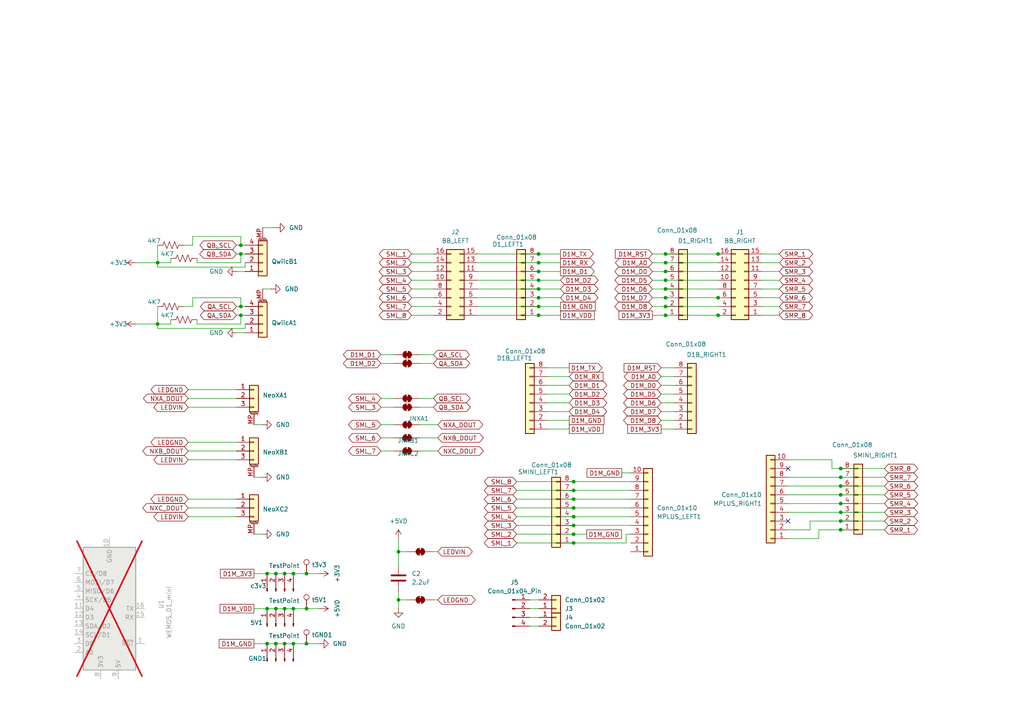
<source format=kicad_sch>
(kicad_sch (version 20250114) (generator "eeschema") (generator_version "9.0")
  (paper "A4")
  (lib_symbols
    (symbol "Connector:Conn_01x04_Pin" (pin_names (offset 1.016) (hide yes))
      (property "Reference" "J" (at 0 5.08 0))
      (property "Value" "Conn_01x04_Pin" (at 0 -7.62 0))
      (symbol "Conn_01x04_Pin_1_1"
        (pin passive line (at 5.08 2.54 180) (length 3.81) (name "Pin_1") (number "1"))
        (pin passive line (at 5.08 0 180) (length 3.81) (name "Pin_2") (number "2"))
        (pin passive line (at 5.08 -2.54 180) (length 3.81) (name "Pin_3") (number "3"))
        (pin passive line (at 5.08 -5.08 180) (length 3.81) (name "Pin_4") (number "4"))
      )
    )
    (symbol "Connector:TestPoint" (pin_numbers (hide yes)) (pin_names (offset 0.762) (hide yes))
      (property "Reference" "TP" (at 0 6.858 0))
      (property "Value" "TestPoint" (at 0 5.08 0))
      (symbol "TestPoint_1_1"
        (pin passive line (at 0 0 90) (length 2.54) (name "1") (number "1"))
      )
    )
    (symbol "Connector_Generic:Conn_01x02" (pin_names (offset 1.016) (hide yes))
      (property "Reference" "J" (at 0 2.54 0))
      (property "Value" "Conn_01x02" (at 0 -5.08 0))
      (symbol "Conn_01x02_1_1"
        (pin passive line (at -5.08 0 0) (length 3.81) (name "Pin_1") (number "1"))
        (pin passive line (at -5.08 -2.54 0) (length 3.81) (name "Pin_2") (number "2"))
      )
    )
    (symbol "Connector_Generic:Conn_01x08" (pin_names (offset 1.016) (hide yes))
      (property "Reference" "J" (at 0 10.16 0))
      (property "Value" "Conn_01x08" (at 0 -12.7 0))
      (symbol "Conn_01x08_1_1"
        (pin passive line (at -5.08 7.62 0) (length 3.81) (name "Pin_1") (number "1"))
        (pin passive line (at -5.08 5.08 0) (length 3.81) (name "Pin_2") (number "2"))
        (pin passive line (at -5.08 2.54 0) (length 3.81) (name "Pin_3") (number "3"))
        (pin passive line (at -5.08 0 0) (length 3.81) (name "Pin_4") (number "4"))
        (pin passive line (at -5.08 -2.54 0) (length 3.81) (name "Pin_5") (number "5"))
        (pin passive line (at -5.08 -5.08 0) (length 3.81) (name "Pin_6") (number "6"))
        (pin passive line (at -5.08 -7.62 0) (length 3.81) (name "Pin_7") (number "7"))
        (pin passive line (at -5.08 -10.16 0) (length 3.81) (name "Pin_8") (number "8"))
      )
    )
    (symbol "Connector_Generic:Conn_01x10" (pin_names (offset 1.016) (hide yes))
      (property "Reference" "J" (at 0 12.7 0))
      (property "Value" "Conn_01x10" (at 0 -15.24 0))
      (symbol "Conn_01x10_1_1"
        (pin passive line (at -5.08 10.16 0) (length 3.81) (name "Pin_1") (number "1"))
        (pin passive line (at -5.08 7.62 0) (length 3.81) (name "Pin_2") (number "2"))
        (pin passive line (at -5.08 5.08 0) (length 3.81) (name "Pin_3") (number "3"))
        (pin passive line (at -5.08 2.54 0) (length 3.81) (name "Pin_4") (number "4"))
        (pin passive line (at -5.08 0 0) (length 3.81) (name "Pin_5") (number "5"))
        (pin passive line (at -5.08 -2.54 0) (length 3.81) (name "Pin_6") (number "6"))
        (pin passive line (at -5.08 -5.08 0) (length 3.81) (name "Pin_7") (number "7"))
        (pin passive line (at -5.08 -7.62 0) (length 3.81) (name "Pin_8") (number "8"))
        (pin passive line (at -5.08 -10.16 0) (length 3.81) (name "Pin_9") (number "9"))
        (pin passive line (at -5.08 -12.7 0) (length 3.81) (name "Pin_10") (number "10"))
      )
    )
    (symbol "Connector_Generic:Conn_02x08_Odd_Even" (pin_names (offset 1.016) (hide yes))
      (property "Reference" "J" (at 1.27 10.16 0))
      (property "Value" "Conn_02x08_Odd_Even" (at 1.27 -12.7 0))
      (symbol "Conn_02x08_Odd_Even_1_1"
        (pin passive line (at -5.08 7.62 0) (length 3.81) (name "Pin_1") (number "1"))
        (pin passive line (at -5.08 5.08 0) (length 3.81) (name "Pin_3") (number "3"))
        (pin passive line (at -5.08 2.54 0) (length 3.81) (name "Pin_5") (number "5"))
        (pin passive line (at -5.08 0 0) (length 3.81) (name "Pin_7") (number "7"))
        (pin passive line (at -5.08 -2.54 0) (length 3.81) (name "Pin_9") (number "9"))
        (pin passive line (at -5.08 -5.08 0) (length 3.81) (name "Pin_11") (number "11"))
        (pin passive line (at -5.08 -7.62 0) (length 3.81) (name "Pin_13") (number "13"))
        (pin passive line (at -5.08 -10.16 0) (length 3.81) (name "Pin_15") (number "15"))
        (pin passive line (at 7.62 7.62 180) (length 3.81) (name "Pin_2") (number "2"))
        (pin passive line (at 7.62 5.08 180) (length 3.81) (name "Pin_4") (number "4"))
        (pin passive line (at 7.62 2.54 180) (length 3.81) (name "Pin_6") (number "6"))
        (pin passive line (at 7.62 0 180) (length 3.81) (name "Pin_8") (number "8"))
        (pin passive line (at 7.62 -2.54 180) (length 3.81) (name "Pin_10") (number "10"))
        (pin passive line (at 7.62 -5.08 180) (length 3.81) (name "Pin_12") (number "12"))
        (pin passive line (at 7.62 -7.62 180) (length 3.81) (name "Pin_14") (number "14"))
        (pin passive line (at 7.62 -10.16 180) (length 3.81) (name "Pin_16") (number "16"))
      )
    )
    (symbol "Connector_Generic_MountingPin:Conn_01x03_MountingPin" (pin_names (offset 1.016) (hide yes))
      (property "Reference" "J" (at 0 5.08 0))
      (property "Value" "Conn_01x03_MountingPin" (at 1.27 -5.08 0))
      (symbol "Conn_01x03_MountingPin_1_1"
        (text "Mounting" (at 0 -4.191 0) (effects (font (size 0.381 0.381))))
        (pin passive line (at -5.08 2.54 0) (length 3.81) (name "Pin_1") (number "1"))
        (pin passive line (at -5.08 0 0) (length 3.81) (name "Pin_2") (number "2"))
        (pin passive line (at -5.08 -2.54 0) (length 3.81) (name "Pin_3") (number "3"))
        (pin passive line (at 0 -7.62 90) (length 3.048) (name "MountPin") (number "MP"))
      )
    )
    (symbol "Connector_Generic_MountingPin:Conn_01x04_MountingPin" (pin_names (offset 1.016) (hide yes))
      (property "Reference" "J" (at 0 5.08 0))
      (property "Value" "Conn_01x04_MountingPin" (at 1.27 -7.62 0))
      (symbol "Conn_01x04_MountingPin_1_1"
        (text "Mounting" (at 0 -6.731 0) (effects (font (size 0.381 0.381))))
        (pin passive line (at -5.08 2.54 0) (length 3.81) (name "Pin_1") (number "1"))
        (pin passive line (at -5.08 0 0) (length 3.81) (name "Pin_2") (number "2"))
        (pin passive line (at -5.08 -2.54 0) (length 3.81) (name "Pin_3") (number "3"))
        (pin passive line (at -5.08 -5.08 0) (length 3.81) (name "Pin_4") (number "4"))
        (pin passive line (at 0 -10.16 90) (length 3.048) (name "MountPin") (number "MP"))
      )
    )
    (symbol "Device:C" (pin_numbers (hide yes)) (pin_names (offset 0.254))
      (property "Reference" "C" (at 0.635 2.54 0))
      (property "Value" "C" (at 0.635 -2.54 0))
      (symbol "C_1_1"
        (pin passive line (at 0 3.81 270) (length 2.794) (name "~") (number "1"))
        (pin passive line (at 0 -3.81 90) (length 2.794) (name "~") (number "2"))
      )
    )
    (symbol "Device:R_US" (pin_numbers (hide yes)) (pin_names (offset 0))
      (property "Reference" "R" (at 2.54 0 90))
      (property "Value" "R_US" (at -2.54 0 90))
      (symbol "R_US_1_1"
        (pin passive line (at 0 3.81 270) (length 1.27) (name "~") (number "1"))
        (pin passive line (at 0 -3.81 90) (length 1.27) (name "~") (number "2"))
      )
    )
    (symbol "Jumper:SolderJumper_2_Bridged" (pin_numbers (hide yes)) (pin_names (offset 0) (hide yes)) (exclude_from_sim yes) (in_bom no)
      (property "Reference" "JP" (at 0 2.032 0))
      (property "Value" "SolderJumper_2_Bridged" (at 0 -2.54 0))
      (symbol "SolderJumper_2_Bridged_1_1"
        (pin passive line (at -3.81 0 0) (length 2.54) (name "A") (number "1"))
        (pin passive line (at 3.81 0 180) (length 2.54) (name "B") (number "2"))
      )
    )
    (symbol "RF_Module:WEMOS_D1_mini"
      (property "Reference" "U" (at 3.81 19.05 0))
      (property "Value" "WEMOS_D1_mini" (at 1.27 -19.05 0))
      (symbol "WEMOS_D1_mini_1_1"
        (pin input line (at -10.16 10.16 0) (length 2.54) (name "~{RST}") (number "1"))
        (pin input line (at -10.16 2.54 0) (length 2.54) (name "RX") (number "15"))
        (pin output line (at -10.16 0 0) (length 2.54) (name "TX") (number "16"))
        (pin power_in line (at -2.54 20.32 270) (length 2.54) (name "5V") (number "9"))
        (pin power_in line (at 0 -20.32 90) (length 2.54) (name "GND") (number "10"))
        (pin power_out line (at 2.54 20.32 270) (length 2.54) (name "3V3") (number "8"))
        (pin input line (at 10.16 12.7 180) (length 2.54) (name "A0") (number "2"))
        (pin bidirectional line (at 10.16 10.16 180) (length 2.54) (name "D0") (number "3"))
        (pin bidirectional line (at 10.16 7.62 180) (length 2.54) (name "SCL/D1") (number "14"))
        (pin bidirectional line (at 10.16 5.08 180) (length 2.54) (name "SDA/D2") (number "13"))
        (pin bidirectional line (at 10.16 2.54 180) (length 2.54) (name "D3") (number "12"))
        (pin bidirectional line (at 10.16 0 180) (length 2.54) (name "D4") (number "11"))
        (pin bidirectional line (at 10.16 -2.54 180) (length 2.54) (name "SCK/D5") (number "4"))
        (pin bidirectional line (at 10.16 -5.08 180) (length 2.54) (name "MISO/D6") (number "5"))
        (pin bidirectional line (at 10.16 -7.62 180) (length 2.54) (name "MOSI/D7") (number "6"))
        (pin bidirectional line (at 10.16 -10.16 180) (length 2.54) (name "CS/D8") (number "7"))
      )
    )
    (symbol "SolderJumper_2_Bridged_1" (pin_numbers (hide yes)) (pin_names (offset 0) (hide yes)) (exclude_from_sim yes) (in_bom no)
      (property "Reference" "JP" (at 0 2.032 0))
      (property "Value" "SolderJumper_2_Bridged" (at 0 -2.54 0))
      (symbol "SolderJumper_2_Bridged_1_1_1"
        (pin passive line (at -3.81 0 0) (length 2.54) (name "A") (number "1"))
        (pin passive line (at 3.81 0 180) (length 2.54) (name "B") (number "2"))
      )
    )
    (symbol "power:+3V3" (power) (pin_numbers (hide yes)) (pin_names (offset 0) (hide yes))
      (property "Value" "+3V3" (at 0 3.556 0))
      (symbol "+3V3_1_1"
        (pin power_in line (at 0 0 90) (length 0) (name "~") (number "1"))
      )
    )
    (symbol "power:+5VD" (power) (pin_numbers (hide yes)) (pin_names (offset 0) (hide yes))
      (property "Value" "+5VD" (at 0 3.556 0))
      (symbol "+5VD_1_1"
        (pin power_in line (at 0 0 90) (length 0) (name "~") (number "1"))
      )
    )
    (symbol "power:GND" (power) (pin_numbers (hide yes)) (pin_names (offset 0) (hide yes))
      (property "Value" "GND" (at 0 -3.81 0))
      (symbol "GND_1_1"
        (pin power_in line (at 0 0 270) (length 0) (name "~") (number "1"))
      )
    )
  )
  (junction (at 243.84 143.51))
  (junction (at 243.84 146.05))
  (junction (at 82.55 166.37))
  (junction (at 193.04 76.2))
  (junction (at 80.01 166.37))
  (junction (at 156.21 88.9))
  (junction (at 166.37 147.32))
  (junction (at 45.72 93.98))
  (junction (at 69.85 91.44))
  (junction (at 77.47 186.69))
  (junction (at 77.47 166.37))
  (junction (at 166.37 154.94))
  (junction (at 243.84 148.59))
  (junction (at 243.84 151.13))
  (junction (at 156.21 76.2))
  (junction (at 82.55 186.69))
  (junction (at 166.37 139.7))
  (junction (at 156.21 73.66))
  (junction (at 208.28 86.36))
  (junction (at 85.09 166.37))
  (junction (at 243.84 140.97))
  (junction (at 193.04 78.74))
  (junction (at 243.84 153.67))
  (junction (at 156.21 78.74))
  (junction (at 85.09 176.53))
  (junction (at 69.85 88.9))
  (junction (at 208.28 91.44))
  (junction (at 243.84 135.89))
  (junction (at 156.21 81.28))
  (junction (at 69.85 71.12))
  (junction (at 69.85 73.66))
  (junction (at 115.57 160.02))
  (junction (at 193.04 88.9))
  (junction (at 166.37 144.78))
  (junction (at 208.28 73.66))
  (junction (at 193.04 86.36))
  (junction (at 88.9 186.69))
  (junction (at 45.72 76.2))
  (junction (at 193.04 81.28))
  (junction (at 243.84 138.43))
  (junction (at 80.01 176.53))
  (junction (at 77.47 176.53))
  (junction (at 88.9 166.37))
  (junction (at 166.37 152.4))
  (junction (at 166.37 149.86))
  (junction (at 85.09 186.69))
  (junction (at 82.55 176.53))
  (junction (at 166.37 142.24))
  (junction (at 156.21 91.44))
  (junction (at 193.04 91.44))
  (junction (at 193.04 83.82))
  (junction (at 156.21 86.36))
  (junction (at 115.57 173.99))
  (junction (at 166.37 157.48))
  (junction (at 193.04 73.66))
  (junction (at 88.9 176.53))
  (junction (at 156.21 83.82))
  (junction (at 80.01 186.69))
  (no_connect (at 228.6 151.13))
  (no_connect (at 228.6 135.89))
  (wire (pts (xy 220.98 86.36) (xy 226.06 86.36)))
  (wire (pts (xy 73.66 186.69) (xy 77.47 186.69)))
  (wire (pts (xy 110.49 123.19) (xy 114.3 123.19)))
  (wire (pts (xy 69.85 91.44) (xy 69.85 93.98)))
  (wire (pts (xy 54.61 115.57) (xy 68.58 115.57)))
  (wire (pts (xy 68.58 91.44) (xy 69.85 91.44)))
  (wire (pts (xy 69.85 73.66) (xy 69.85 76.2)))
  (wire (pts (xy 138.43 86.36) (xy 156.21 86.36)))
  (wire (pts (xy 45.72 71.12) (xy 45.72 76.2)))
  (wire (pts (xy 88.9 176.53) (xy 92.71 176.53)))
  (wire (pts (xy 243.84 138.43) (xy 256.54 138.43)))
  (wire (pts (xy 138.43 88.9) (xy 156.21 88.9)))
  (wire (pts (xy 110.49 102.87) (xy 114.3 102.87)))
  (wire (pts (xy 82.55 166.37) (xy 85.09 166.37)))
  (wire (pts (xy 166.37 142.24) (xy 182.88 142.24)))
  (wire (pts (xy 110.49 118.11) (xy 114.3 118.11)))
  (wire (pts (xy 166.37 139.7) (xy 182.88 139.7)))
  (wire (pts (xy 55.88 88.9) (xy 55.88 86.36)))
  (wire (pts (xy 153.67 181.61) (xy 156.21 181.61)))
  (wire (pts (xy 156.21 91.44) (xy 162.56 91.44)))
  (wire (pts (xy 69.85 88.9) (xy 71.12 88.9)))
  (wire (pts (xy 208.28 86.36) (xy 209.55 86.36)))
  (wire (pts (xy 138.43 78.74) (xy 156.21 78.74)))
  (wire (pts (xy 153.67 176.53) (xy 156.21 176.53)))
  (wire (pts (xy 243.84 151.13) (xy 256.54 151.13)))
  (wire (pts (xy 68.58 88.9) (xy 69.85 88.9)))
  (wire (pts (xy 237.49 153.67) (xy 243.84 153.67)))
  (wire (pts (xy 69.85 86.36) (xy 69.85 88.9)))
  (wire (pts (xy 153.67 179.07) (xy 156.21 179.07)))
  (wire (pts (xy 166.37 154.94) (xy 170.18 154.94)))
  (wire (pts (xy 220.98 78.74) (xy 226.06 78.74)))
  (wire (pts (xy 85.09 176.53) (xy 88.9 176.53)))
  (wire (pts (xy 125.73 160.02) (xy 127 160.02)))
  (wire (pts (xy 220.98 81.28) (xy 226.06 81.28)))
  (wire (pts (xy 191.77 109.22) (xy 195.58 109.22)))
  (wire (pts (xy 158.75 124.46) (xy 165.1 124.46)))
  (wire (pts (xy 110.49 130.81) (xy 114.3 130.81)))
  (wire (pts (xy 193.04 76.2) (xy 208.28 76.2)))
  (wire (pts (xy 121.92 127) (xy 127 127)))
  (wire (pts (xy 77.47 166.37) (xy 80.01 166.37)))
  (wire (pts (xy 234.95 153.67) (xy 234.95 151.13)))
  (wire (pts (xy 53.34 71.12) (xy 55.88 71.12)))
  (wire (pts (xy 241.3 133.35) (xy 228.6 133.35)))
  (wire (pts (xy 119.38 73.66) (xy 125.73 73.66)))
  (wire (pts (xy 193.04 86.36) (xy 208.28 86.36)))
  (wire (pts (xy 88.9 186.69) (xy 92.71 186.69)))
  (wire (pts (xy 153.67 173.99) (xy 156.21 173.99)))
  (wire (pts (xy 189.23 78.74) (xy 193.04 78.74)))
  (wire (pts (xy 191.77 119.38) (xy 195.58 119.38)))
  (wire (pts (xy 149.86 157.48) (xy 166.37 157.48)))
  (wire (pts (xy 77.47 176.53) (xy 80.01 176.53)))
  (wire (pts (xy 119.38 81.28) (xy 125.73 81.28)))
  (wire (pts (xy 119.38 78.74) (xy 125.73 78.74)))
  (wire (pts (xy 243.84 153.67) (xy 256.54 153.67)))
  (wire (pts (xy 228.6 140.97) (xy 243.84 140.97)))
  (wire (pts (xy 55.88 68.58) (xy 69.85 68.58)))
  (wire (pts (xy 228.6 143.51) (xy 243.84 143.51)))
  (wire (pts (xy 228.6 138.43) (xy 243.84 138.43)))
  (wire (pts (xy 191.77 116.84) (xy 195.58 116.84)))
  (wire (pts (xy 115.57 173.99) (xy 118.11 173.99)))
  (wire (pts (xy 156.21 86.36) (xy 162.56 86.36)))
  (wire (pts (xy 45.72 93.98) (xy 45.72 95.25)))
  (wire (pts (xy 189.23 86.36) (xy 193.04 86.36)))
  (wire (pts (xy 77.47 186.69) (xy 80.01 186.69)))
  (wire (pts (xy 80.01 186.69) (xy 82.55 186.69)))
  (wire (pts (xy 138.43 73.66) (xy 156.21 73.66)))
  (wire (pts (xy 180.34 137.16) (xy 182.88 137.16)))
  (wire (pts (xy 158.75 119.38) (xy 165.1 119.38)))
  (wire (pts (xy 138.43 91.44) (xy 156.21 91.44)))
  (wire (pts (xy 115.57 171.45) (xy 115.57 173.99)))
  (wire (pts (xy 57.15 93.98) (xy 69.85 93.98)))
  (wire (pts (xy 158.75 111.76) (xy 165.1 111.76)))
  (wire (pts (xy 156.21 88.9) (xy 162.56 88.9)))
  (wire (pts (xy 166.37 147.32) (xy 182.88 147.32)))
  (wire (pts (xy 149.86 149.86) (xy 166.37 149.86)))
  (wire (pts (xy 121.92 123.19) (xy 127 123.19)))
  (wire (pts (xy 69.85 91.44) (xy 71.12 91.44)))
  (wire (pts (xy 193.04 91.44) (xy 208.28 91.44)))
  (wire (pts (xy 166.37 152.4) (xy 182.88 152.4)))
  (wire (pts (xy 189.23 76.2) (xy 193.04 76.2)))
  (wire (pts (xy 125.73 173.99) (xy 127 173.99)))
  (wire (pts (xy 71.12 76.2) (xy 71.12 77.47)))
  (wire (pts (xy 71.12 95.25) (xy 45.72 95.25)))
  (wire (pts (xy 80.01 166.37) (xy 82.55 166.37)))
  (wire (pts (xy 88.9 166.37) (xy 92.71 166.37)))
  (wire (pts (xy 149.86 144.78) (xy 166.37 144.78)))
  (wire (pts (xy 220.98 88.9) (xy 226.06 88.9)))
  (wire (pts (xy 138.43 83.82) (xy 156.21 83.82)))
  (wire (pts (xy 69.85 71.12) (xy 71.12 71.12)))
  (wire (pts (xy 149.86 154.94) (xy 166.37 154.94)))
  (wire (pts (xy 121.92 130.81) (xy 127 130.81)))
  (wire (pts (xy 191.77 121.92) (xy 195.58 121.92)))
  (wire (pts (xy 181.61 154.94) (xy 182.88 154.94)))
  (wire (pts (xy 156.21 83.82) (xy 162.56 83.82)))
  (wire (pts (xy 115.57 160.02) (xy 118.11 160.02)))
  (wire (pts (xy 191.77 114.3) (xy 195.58 114.3)))
  (wire (pts (xy 73.66 166.37) (xy 77.47 166.37)))
  (wire (pts (xy 193.04 78.74) (xy 208.28 78.74)))
  (wire (pts (xy 191.77 106.68) (xy 195.58 106.68)))
  (wire (pts (xy 220.98 73.66) (xy 226.06 73.66)))
  (wire (pts (xy 73.66 123.19) (xy 76.2 123.19)))
  (wire (pts (xy 189.23 91.44) (xy 193.04 91.44)))
  (wire (pts (xy 191.77 124.46) (xy 195.58 124.46)))
  (wire (pts (xy 191.77 111.76) (xy 195.58 111.76)))
  (wire (pts (xy 57.15 74.93) (xy 57.15 76.2)))
  (wire (pts (xy 237.49 156.21) (xy 237.49 153.67)))
  (wire (pts (xy 119.38 88.9) (xy 125.73 88.9)))
  (wire (pts (xy 54.61 144.78) (xy 68.58 144.78)))
  (wire (pts (xy 73.66 154.94) (xy 76.2 154.94)))
  (wire (pts (xy 208.28 91.44) (xy 209.55 91.44)))
  (wire (pts (xy 226.06 91.44) (xy 226.06 90.17)))
  (wire (pts (xy 54.61 118.11) (xy 68.58 118.11)))
  (wire (pts (xy 115.57 173.99) (xy 115.57 176.53)))
  (wire (pts (xy 193.04 73.66) (xy 208.28 73.66)))
  (wire (pts (xy 69.85 73.66) (xy 71.12 73.66)))
  (wire (pts (xy 220.98 76.2) (xy 226.06 76.2)))
  (wire (pts (xy 181.61 157.48) (xy 181.61 154.94)))
  (wire (pts (xy 166.37 144.78) (xy 182.88 144.78)))
  (wire (pts (xy 228.6 153.67) (xy 234.95 153.67)))
  (wire (pts (xy 76.2 83.82) (xy 78.74 83.82)))
  (wire (pts (xy 119.38 83.82) (xy 125.73 83.82)))
  (wire (pts (xy 121.92 115.57) (xy 125.73 115.57)))
  (wire (pts (xy 82.55 176.53) (xy 85.09 176.53)))
  (wire (pts (xy 54.61 147.32) (xy 68.58 147.32)))
  (wire (pts (xy 158.75 106.68) (xy 165.1 106.68)))
  (wire (pts (xy 228.6 146.05) (xy 243.84 146.05)))
  (wire (pts (xy 228.6 148.59) (xy 243.84 148.59)))
  (wire (pts (xy 49.53 92.71) (xy 49.53 93.98)))
  (wire (pts (xy 80.01 176.53) (xy 82.55 176.53)))
  (wire (pts (xy 45.72 76.2) (xy 45.72 77.47)))
  (wire (pts (xy 241.3 135.89) (xy 241.3 133.35)))
  (wire (pts (xy 138.43 76.2) (xy 156.21 76.2)))
  (wire (pts (xy 119.38 76.2) (xy 125.73 76.2)))
  (wire (pts (xy 234.95 151.13) (xy 243.84 151.13)))
  (wire (pts (xy 166.37 157.48) (xy 181.61 157.48)))
  (wire (pts (xy 243.84 140.97) (xy 256.54 140.97)))
  (wire (pts (xy 45.72 76.2) (xy 49.53 76.2)))
  (wire (pts (xy 53.34 88.9) (xy 55.88 88.9)))
  (wire (pts (xy 121.92 102.87) (xy 125.73 102.87)))
  (wire (pts (xy 156.21 73.66) (xy 162.56 73.66)))
  (wire (pts (xy 220.98 83.82) (xy 226.06 83.82)))
  (wire (pts (xy 189.23 88.9) (xy 193.04 88.9)))
  (wire (pts (xy 110.49 127) (xy 114.3 127)))
  (wire (pts (xy 54.61 128.27) (xy 68.58 128.27)))
  (wire (pts (xy 158.75 121.92) (xy 165.1 121.92)))
  (wire (pts (xy 110.49 105.41) (xy 114.3 105.41)))
  (wire (pts (xy 121.92 105.41) (xy 125.73 105.41)))
  (wire (pts (xy 121.92 118.11) (xy 125.73 118.11)))
  (wire (pts (xy 54.61 149.86) (xy 68.58 149.86)))
  (wire (pts (xy 243.84 135.89) (xy 256.54 135.89)))
  (wire (pts (xy 193.04 88.9) (xy 208.28 88.9)))
  (wire (pts (xy 68.58 78.74) (xy 71.12 78.74)))
  (wire (pts (xy 208.28 73.66) (xy 209.55 73.66)))
  (wire (pts (xy 243.84 135.89) (xy 241.3 135.89)))
  (wire (pts (xy 243.84 148.59) (xy 256.54 148.59)))
  (wire (pts (xy 149.86 147.32) (xy 166.37 147.32)))
  (wire (pts (xy 49.53 74.93) (xy 49.53 76.2)))
  (wire (pts (xy 45.72 88.9) (xy 45.72 93.98)))
  (wire (pts (xy 158.75 109.22) (xy 165.1 109.22)))
  (wire (pts (xy 149.86 139.7) (xy 166.37 139.7)))
  (wire (pts (xy 110.49 115.57) (xy 114.3 115.57)))
  (wire (pts (xy 71.12 93.98) (xy 71.12 95.25)))
  (wire (pts (xy 54.61 130.81) (xy 68.58 130.81)))
  (wire (pts (xy 57.15 76.2) (xy 69.85 76.2)))
  (wire (pts (xy 189.23 83.82) (xy 193.04 83.82)))
  (wire (pts (xy 54.61 133.35) (xy 68.58 133.35)))
  (wire (pts (xy 85.09 166.37) (xy 88.9 166.37)))
  (wire (pts (xy 156.21 81.28) (xy 162.56 81.28)))
  (wire (pts (xy 39.37 93.98) (xy 45.72 93.98)))
  (wire (pts (xy 243.84 143.51) (xy 256.54 143.51)))
  (wire (pts (xy 193.04 83.82) (xy 208.28 83.82)))
  (wire (pts (xy 189.23 73.66) (xy 193.04 73.66)))
  (wire (pts (xy 189.23 81.28) (xy 193.04 81.28)))
  (wire (pts (xy 82.55 186.69) (xy 85.09 186.69)))
  (wire (pts (xy 55.88 71.12) (xy 55.88 68.58)))
  (wire (pts (xy 156.21 78.74) (xy 162.56 78.74)))
  (wire (pts (xy 73.66 176.53) (xy 77.47 176.53)))
  (wire (pts (xy 115.57 156.21) (xy 115.57 160.02)))
  (wire (pts (xy 149.86 142.24) (xy 166.37 142.24)))
  (wire (pts (xy 158.75 116.84) (xy 165.1 116.84)))
  (wire (pts (xy 55.88 86.36) (xy 69.85 86.36)))
  (wire (pts (xy 57.15 92.71) (xy 57.15 93.98)))
  (wire (pts (xy 71.12 77.47) (xy 45.72 77.47)))
  (wire (pts (xy 73.66 138.43) (xy 76.2 138.43)))
  (wire (pts (xy 149.86 152.4) (xy 166.37 152.4)))
  (wire (pts (xy 228.6 156.21) (xy 237.49 156.21)))
  (wire (pts (xy 119.38 91.44) (xy 125.73 91.44)))
  (wire (pts (xy 39.37 76.2) (xy 45.72 76.2)))
  (wire (pts (xy 85.09 186.69) (xy 88.9 186.69)))
  (wire (pts (xy 68.58 96.52) (xy 71.12 96.52)))
  (wire (pts (xy 115.57 160.02) (xy 115.57 163.83)))
  (wire (pts (xy 76.2 66.04) (xy 80.01 66.04)))
  (wire (pts (xy 156.21 76.2) (xy 162.56 76.2)))
  (wire (pts (xy 45.72 93.98) (xy 49.53 93.98)))
  (wire (pts (xy 119.38 86.36) (xy 125.73 86.36)))
  (wire (pts (xy 138.43 81.28) (xy 156.21 81.28)))
  (wire (pts (xy 69.85 68.58) (xy 69.85 71.12)))
  (wire (pts (xy 68.58 73.66) (xy 69.85 73.66)))
  (wire (pts (xy 68.58 71.12) (xy 69.85 71.12)))
  (wire (pts (xy 220.98 91.44) (xy 226.06 91.44)))
  (wire (pts (xy 243.84 146.05) (xy 256.54 146.05)))
  (wire (pts (xy 54.61 113.03) (xy 68.58 113.03)))
  (wire (pts (xy 158.75 114.3) (xy 165.1 114.3)))
  (wire (pts (xy 166.37 149.86) (xy 182.88 149.86)))
  (wire (pts (xy 193.04 81.28) (xy 208.28 81.28)))
  (global_label "SML_7" (shape bidirectional) (at 110.49 130.81 180) (property "Intersheetrefs" "${INTERSHEET_REFS}" (effects (hide yes))))
  (global_label "SML_1" (shape bidirectional) (at 119.38 73.66 180) (property "Intersheetrefs" "${INTERSHEET_REFS}" (effects (hide yes))))
  (global_label "QB_SDA" (shape bidirectional) (at 68.58 73.66 180) (property "Intersheetrefs" "${INTERSHEET_REFS}" (effects (hide yes))))
  (global_label "SML_7" (shape bidirectional) (at 119.38 88.9 180) (property "Intersheetrefs" "${INTERSHEET_REFS}" (effects (hide yes))))
  (global_label "D1M_A0" (shape bidirectional) (at 189.23 76.2 180) (property "Intersheetrefs" "${INTERSHEET_REFS}" (effects (hide yes))))
  (global_label "D1M_3V3" (shape passive) (at 191.77 124.46 180) (property "Intersheetrefs" "${INTERSHEET_REFS}" (effects (hide yes))))
  (global_label "QB_SCL" (shape bidirectional) (at 68.58 71.12 180) (property "Intersheetrefs" "${INTERSHEET_REFS}" (effects (hide yes))))
  (global_label "SMR_5" (shape bidirectional) (at 226.06 83.82 0) (property "Intersheetrefs" "${INTERSHEET_REFS}" (effects (hide yes))))
  (global_label "D1M_D7" (shape bidirectional) (at 191.77 119.38 180) (property "Intersheetrefs" "${INTERSHEET_REFS}" (effects (hide yes))))
  (global_label "LEDVIN" (shape bidirectional) (at 127 160.02 0) (property "Intersheetrefs" "${INTERSHEET_REFS}" (effects (hide yes))))
  (global_label "D1M_VDD" (shape passive) (at 165.1 124.46 0) (property "Intersheetrefs" "${INTERSHEET_REFS}" (effects (hide yes))))
  (global_label "QA_SDA" (shape bidirectional) (at 125.73 105.41 0) (property "Intersheetrefs" "${INTERSHEET_REFS}" (effects (hide yes))))
  (global_label "D1M_D6" (shape bidirectional) (at 191.77 116.84 180) (property "Intersheetrefs" "${INTERSHEET_REFS}" (effects (hide yes))))
  (global_label "D1M_D3" (shape bidirectional) (at 165.1 116.84 0) (property "Intersheetrefs" "${INTERSHEET_REFS}" (effects (hide yes))))
  (global_label "QA_SCL" (shape bidirectional) (at 68.58 88.9 180) (property "Intersheetrefs" "${INTERSHEET_REFS}" (effects (hide yes))))
  (global_label "D1M_3V3" (shape passive) (at 189.23 91.44 180) (property "Intersheetrefs" "${INTERSHEET_REFS}" (effects (hide yes))))
  (global_label "SMR_1" (shape bidirectional) (at 226.06 73.66 0) (property "Intersheetrefs" "${INTERSHEET_REFS}" (effects (hide yes))))
  (global_label "D1M_D1" (shape bidirectional) (at 165.1 111.76 0) (property "Intersheetrefs" "${INTERSHEET_REFS}" (effects (hide yes))))
  (global_label "SMR_1" (shape bidirectional) (at 256.54 153.67 0) (property "Intersheetrefs" "${INTERSHEET_REFS}" (effects (hide yes))))
  (global_label "SML_7" (shape bidirectional) (at 149.86 142.24 180) (property "Intersheetrefs" "${INTERSHEET_REFS}" (effects (hide yes))))
  (global_label "LEDGND" (shape bidirectional) (at 54.61 128.27 180) (property "Intersheetrefs" "${INTERSHEET_REFS}" (effects (hide yes))))
  (global_label "SMR_7" (shape bidirectional) (at 226.06 88.9 0) (property "Intersheetrefs" "${INTERSHEET_REFS}" (effects (hide yes))))
  (global_label "D1M_VDD" (shape passive) (at 73.66 176.53 180) (property "Intersheetrefs" "${INTERSHEET_REFS}" (effects (hide yes))))
  (global_label "SML_3" (shape bidirectional) (at 110.49 118.11 180) (property "Intersheetrefs" "${INTERSHEET_REFS}" (effects (hide yes))))
  (global_label "NXA_DOUT" (shape bidirectional) (at 127 123.19 0) (property "Intersheetrefs" "${INTERSHEET_REFS}" (effects (hide yes))))
  (global_label "D1M_GND" (shape passive) (at 165.1 121.92 0) (property "Intersheetrefs" "${INTERSHEET_REFS}" (effects (hide yes))))
  (global_label "NXC_DOUT" (shape bidirectional) (at 127 130.81 0) (property "Intersheetrefs" "${INTERSHEET_REFS}" (effects (hide yes))))
  (global_label "D1M_RX" (shape input) (at 165.1 109.22 0) (property "Intersheetrefs" "${INTERSHEET_REFS}" (effects (hide yes))))
  (global_label "SMR_7" (shape bidirectional) (at 256.54 138.43 0) (property "Intersheetrefs" "${INTERSHEET_REFS}" (effects (hide yes))))
  (global_label "SML_2" (shape bidirectional) (at 119.38 76.2 180) (property "Intersheetrefs" "${INTERSHEET_REFS}" (effects (hide yes))))
  (global_label "D1M_GND" (shape passive) (at 180.34 137.16 180) (property "Intersheetrefs" "${INTERSHEET_REFS}" (effects (hide yes))))
  (global_label "SMR_6" (shape bidirectional) (at 256.54 140.97 0) (property "Intersheetrefs" "${INTERSHEET_REFS}" (effects (hide yes))))
  (global_label "D1M_D5" (shape bidirectional) (at 191.77 114.3 180) (property "Intersheetrefs" "${INTERSHEET_REFS}" (effects (hide yes))))
  (global_label "D1M_D2" (shape bidirectional) (at 162.56 81.28 0) (property "Intersheetrefs" "${INTERSHEET_REFS}" (effects (hide yes))))
  (global_label "D1M_RST" (shape input) (at 189.23 73.66 180) (property "Intersheetrefs" "${INTERSHEET_REFS}" (effects (hide yes))))
  (global_label "D1M_D1" (shape bidirectional) (at 110.49 102.87 180) (property "Intersheetrefs" "${INTERSHEET_REFS}" (effects (hide yes))))
  (global_label "D1M_D8" (shape bidirectional) (at 191.77 121.92 180) (property "Intersheetrefs" "${INTERSHEET_REFS}" (effects (hide yes))))
  (global_label "D1M_GND" (shape passive) (at 162.56 88.9 0) (property "Intersheetrefs" "${INTERSHEET_REFS}" (effects (hide yes))))
  (global_label "D1M_D1" (shape output) (at 162.56 78.74 0) (property "Intersheetrefs" "${INTERSHEET_REFS}" (effects (hide yes))))
  (global_label "LEDVIN" (shape bidirectional) (at 54.61 118.11 180) (property "Intersheetrefs" "${INTERSHEET_REFS}" (effects (hide yes))))
  (global_label "SMR_3" (shape bidirectional) (at 226.06 78.74 0) (property "Intersheetrefs" "${INTERSHEET_REFS}" (effects (hide yes))))
  (global_label "D1M_D0" (shape bidirectional) (at 189.23 78.74 180) (property "Intersheetrefs" "${INTERSHEET_REFS}" (effects (hide yes))))
  (global_label "D1M_D8" (shape bidirectional) (at 189.23 88.9 180) (property "Intersheetrefs" "${INTERSHEET_REFS}" (effects (hide yes))))
  (global_label "SML_5" (shape bidirectional) (at 110.49 123.19 180) (property "Intersheetrefs" "${INTERSHEET_REFS}" (effects (hide yes))))
  (global_label "D1M_D7" (shape bidirectional) (at 189.23 86.36 180) (property "Intersheetrefs" "${INTERSHEET_REFS}" (effects (hide yes))))
  (global_label "SML_3" (shape bidirectional) (at 119.38 78.74 180) (property "Intersheetrefs" "${INTERSHEET_REFS}" (effects (hide yes))))
  (global_label "D1M_D2" (shape bidirectional) (at 165.1 114.3 0) (property "Intersheetrefs" "${INTERSHEET_REFS}" (effects (hide yes))))
  (global_label "SMR_4" (shape bidirectional) (at 256.54 146.05 0) (property "Intersheetrefs" "${INTERSHEET_REFS}" (effects (hide yes))))
  (global_label "SML_6" (shape bidirectional) (at 110.49 127 180) (property "Intersheetrefs" "${INTERSHEET_REFS}" (effects (hide yes))))
  (global_label "D1M_RST" (shape input) (at 191.77 106.68 180) (property "Intersheetrefs" "${INTERSHEET_REFS}" (effects (hide yes))))
  (global_label "D1M_3V3" (shape passive) (at 73.66 166.37 180) (property "Intersheetrefs" "${INTERSHEET_REFS}" (effects (hide yes))))
  (global_label "D1M_D5" (shape bidirectional) (at 189.23 81.28 180) (property "Intersheetrefs" "${INTERSHEET_REFS}" (effects (hide yes))))
  (global_label "D1M_VDD" (shape passive) (at 162.56 91.44 0) (property "Intersheetrefs" "${INTERSHEET_REFS}" (effects (hide yes))))
  (global_label "LEDVIN" (shape bidirectional) (at 54.61 133.35 180) (property "Intersheetrefs" "${INTERSHEET_REFS}" (effects (hide yes))))
  (global_label "D1M_D4" (shape bidirectional) (at 162.56 86.36 0) (property "Intersheetrefs" "${INTERSHEET_REFS}" (effects (hide yes))))
  (global_label "D1M_D0" (shape bidirectional) (at 191.77 111.76 180) (property "Intersheetrefs" "${INTERSHEET_REFS}" (effects (hide yes))))
  (global_label "LEDGND" (shape bidirectional) (at 127 173.99 0) (property "Intersheetrefs" "${INTERSHEET_REFS}" (effects (hide yes))))
  (global_label "SML_5" (shape bidirectional) (at 119.38 83.82 180) (property "Intersheetrefs" "${INTERSHEET_REFS}" (effects (hide yes))))
  (global_label "D1M_D3" (shape bidirectional) (at 162.56 83.82 0) (property "Intersheetrefs" "${INTERSHEET_REFS}" (effects (hide yes))))
  (global_label "SMR_4" (shape bidirectional) (at 226.06 81.28 0) (property "Intersheetrefs" "${INTERSHEET_REFS}" (effects (hide yes))))
  (global_label "SMR_3" (shape bidirectional) (at 256.54 148.59 0) (property "Intersheetrefs" "${INTERSHEET_REFS}" (effects (hide yes))))
  (global_label "SMR_2" (shape bidirectional) (at 256.54 151.13 0) (property "Intersheetrefs" "${INTERSHEET_REFS}" (effects (hide yes))))
  (global_label "NXA_DOUT" (shape bidirectional) (at 54.61 115.57 180) (property "Intersheetrefs" "${INTERSHEET_REFS}" (effects (hide yes))))
  (global_label "SMR_5" (shape bidirectional) (at 256.54 143.51 0) (property "Intersheetrefs" "${INTERSHEET_REFS}" (effects (hide yes))))
  (global_label "SML_3" (shape bidirectional) (at 149.86 152.4 180) (property "Intersheetrefs" "${INTERSHEET_REFS}" (effects (hide yes))))
  (global_label "SML_8" (shape bidirectional) (at 149.86 139.7 180) (property "Intersheetrefs" "${INTERSHEET_REFS}" (effects (hide yes))))
  (global_label "D1M_TX" (shape output) (at 162.56 73.66 0) (property "Intersheetrefs" "${INTERSHEET_REFS}" (effects (hide yes))))
  (global_label "SML_1" (shape bidirectional) (at 149.86 157.48 180) (property "Intersheetrefs" "${INTERSHEET_REFS}" (effects (hide yes))))
  (global_label "QA_SDA" (shape bidirectional) (at 68.58 91.44 180) (property "Intersheetrefs" "${INTERSHEET_REFS}" (effects (hide yes))))
  (global_label "LEDVIN" (shape bidirectional) (at 54.61 149.86 180) (property "Intersheetrefs" "${INTERSHEET_REFS}" (effects (hide yes))))
  (global_label "LEDGND" (shape bidirectional) (at 54.61 144.78 180) (property "Intersheetrefs" "${INTERSHEET_REFS}" (effects (hide yes))))
  (global_label "NXB_DOUT" (shape bidirectional) (at 54.61 130.81 180) (property "Intersheetrefs" "${INTERSHEET_REFS}" (effects (hide yes))))
  (global_label "D1M_D6" (shape bidirectional) (at 189.23 83.82 180) (property "Intersheetrefs" "${INTERSHEET_REFS}" (effects (hide yes))))
  (global_label "D1M_A0" (shape bidirectional) (at 191.77 109.22 180) (property "Intersheetrefs" "${INTERSHEET_REFS}" (effects (hide yes))))
  (global_label "SML_5" (shape bidirectional) (at 149.86 147.32 180) (property "Intersheetrefs" "${INTERSHEET_REFS}" (effects (hide yes))))
  (global_label "NXB_DOUT" (shape bidirectional) (at 127 127 0) (property "Intersheetrefs" "${INTERSHEET_REFS}" (effects (hide yes))))
  (global_label "SMR_8" (shape bidirectional) (at 256.54 135.89 0) (property "Intersheetrefs" "${INTERSHEET_REFS}" (effects (hide yes))))
  (global_label "D1M_TX" (shape output) (at 165.1 106.68 0) (property "Intersheetrefs" "${INTERSHEET_REFS}" (effects (hide yes))))
  (global_label "SML_6" (shape bidirectional) (at 149.86 144.78 180) (property "Intersheetrefs" "${INTERSHEET_REFS}" (effects (hide yes))))
  (global_label "D1M_RX" (shape output) (at 162.56 76.2 0) (property "Intersheetrefs" "${INTERSHEET_REFS}" (effects (hide yes))))
  (global_label "SML_4" (shape bidirectional) (at 119.38 81.28 180) (property "Intersheetrefs" "${INTERSHEET_REFS}" (effects (hide yes))))
  (global_label "D1M_GND" (shape passive) (at 73.66 186.69 180) (property "Intersheetrefs" "${INTERSHEET_REFS}" (effects (hide yes))))
  (global_label "QB_SDA" (shape bidirectional) (at 125.73 118.11 0) (property "Intersheetrefs" "${INTERSHEET_REFS}" (effects (hide yes))))
  (global_label "SMR_6" (shape bidirectional) (at 226.06 86.36 0) (property "Intersheetrefs" "${INTERSHEET_REFS}" (effects (hide yes))))
  (global_label "LEDGND" (shape bidirectional) (at 54.61 113.03 180) (property "Intersheetrefs" "${INTERSHEET_REFS}" (effects (hide yes))))
  (global_label "SML_8" (shape bidirectional) (at 119.38 91.44 180) (property "Intersheetrefs" "${INTERSHEET_REFS}" (effects (hide yes))))
  (global_label "D1M_D2" (shape bidirectional) (at 110.49 105.41 180) (property "Intersheetrefs" "${INTERSHEET_REFS}" (effects (hide yes))))
  (global_label "SML_4" (shape bidirectional) (at 149.86 149.86 180) (property "Intersheetrefs" "${INTERSHEET_REFS}" (effects (hide yes))))
  (global_label "SML_6" (shape bidirectional) (at 119.38 86.36 180) (property "Intersheetrefs" "${INTERSHEET_REFS}" (effects (hide yes))))
  (global_label "SMR_2" (shape bidirectional) (at 226.06 76.2 0) (property "Intersheetrefs" "${INTERSHEET_REFS}" (effects (hide yes))))
  (global_label "QA_SCL" (shape bidirectional) (at 125.73 102.87 0) (property "Intersheetrefs" "${INTERSHEET_REFS}" (effects (hide yes))))
  (global_label "SML_2" (shape bidirectional) (at 149.86 154.94 180) (property "Intersheetrefs" "${INTERSHEET_REFS}" (effects (hide yes))))
  (global_label "D1M_D4" (shape bidirectional) (at 165.1 119.38 0) (property "Intersheetrefs" "${INTERSHEET_REFS}" (effects (hide yes))))
  (global_label "QB_SCL" (shape bidirectional) (at 125.73 115.57 0) (property "Intersheetrefs" "${INTERSHEET_REFS}" (effects (hide yes))))
  (global_label "SML_4" (shape bidirectional) (at 110.49 115.57 180) (property "Intersheetrefs" "${INTERSHEET_REFS}" (effects (hide yes))))
  (global_label "D1M_GND" (shape passive) (at 170.18 154.94 0) (property "Intersheetrefs" "${INTERSHEET_REFS}" (effects (hide yes))))
  (global_label "NXC_DOUT" (shape bidirectional) (at 54.61 147.32 180) (property "Intersheetrefs" "${INTERSHEET_REFS}" (effects (hide yes))))
  (global_label "SMR_8" (shape bidirectional) (at 226.06 91.44 0) (property "Intersheetrefs" "${INTERSHEET_REFS}" (effects (hide yes))))
  (symbol (lib_id "Connector_Generic:Conn_01x10") (at 223.52 146.05 180) (unit 1)
    (property "Reference" "MPLUS_RIGHT1" (at 220.98 146.0501 0) (effects (justify left)))
    (property "Value" "Conn_01x10" (at 220.98 143.5101 0) (effects (justify left)))
    (property "Footprint" "Connector_PinSocket_2.54mm:PinSocket_1x10_P2.54mm_Vertical" (effects (hide yes)))
    (property "Description" "Generic connector, single row, 01x10, script generated (kicad-library-utils/schlib/autogen/connector/)" (effects (hide yes)))
  )
  (symbol (lib_id "power:GND") (at 92.71 186.69 90) (unit 1)
    (property "Reference" "#PWR09" (effects (hide yes)))
    (property "Value" "GND" (at 96.52 186.6899 90) (effects (justify right)))
    (property "Description" "Power symbol creates a global label with name \"GND\" , ground" (effects (hide yes)))
  )
  (symbol (lib_id "Connector_Generic:Conn_02x08_Odd_Even") (at 215.9 83.82 180) (unit 1)
    (property "Reference" "J1" (at 214.63 67.31 0))
    (property "Value" "BB_RIGHT" (at 214.63 69.85 0))
    (property "Footprint" "Connector_PinHeader_2.54mm:PinHeader_2x08_P2.54mm_Vertical" (effects (hide yes)))
    (property "Description" "Generic connector, double row, 02x08, odd/even pin numbering scheme (row 1 odd numbers, row 2 even numbers), script generated (kicad-library-utils/schlib/autogen/connector/)" (effects (hide yes)))
  )
  (symbol (lib_id "Device:R_US") (at 53.34 92.71 90) (unit 1)
    (property "Reference" "R4" (effects (hide yes)))
    (property "Value" "4K7" (at 48.514 91.44 90))
    (property "Footprint" "Resistor_THT:R_Axial_DIN0204_L3.6mm_D1.6mm_P2.54mm_Vertical" (effects (hide yes)))
    (property "Description" "Resistor, US symbol" (effects (hide yes)))
  )
  (symbol (lib_id "power:GND") (at 80.01 66.04 90) (unit 1)
    (property "Reference" "#PWR015" (effects (hide yes)))
    (property "Value" "GND" (at 83.82 66.0401 90) (effects (justify right)))
    (property "Description" "Power symbol creates a global label with name \"GND\" , ground" (effects (hide yes)))
  )
  (symbol (lib_id "Device:R_US") (at 49.53 88.9 90) (unit 1)
    (property "Reference" "R3" (effects (hide yes)))
    (property "Value" "4K7" (at 44.704 87.63 90))
    (property "Footprint" "Resistor_THT:R_Axial_DIN0204_L3.6mm_D1.6mm_P2.54mm_Vertical" (effects (hide yes)))
    (property "Description" "Resistor, US symbol" (effects (hide yes)))
  )
  (symbol (lib_id "power:GND") (at 68.58 96.52 270) (unit 1)
    (property "Reference" "#PWR014" (effects (hide yes)))
    (property "Value" "GND" (at 64.77 96.5199 90) (effects (justify right)))
    (property "Description" "Power symbol creates a global label with name \"GND\" , ground" (effects (hide yes)))
  )
  (symbol (lib_name "SolderJumper_2_Bridged_1") (lib_id "Jumper:SolderJumper_2_Bridged") (at 118.11 130.81 0) (unit 1) (exclude_from_sim yes) (in_bom no)
    (property "Reference" "JNXC2" (at 118.364 131.572 0))
    (property "Value" "SolderJumper_2_Bridged" (effects (hide yes)))
    (property "Footprint" "Jumper:SolderJumper-2_P1.3mm_Bridged2Bar_RoundedPad1.0x1.5mm" (effects (hide yes)))
    (property "Description" "Solder Jumper, 2-pole, closed/bridged" (effects (hide yes)))
  )
  (symbol (lib_id "power:+3V3") (at 92.71 166.37 270) (unit 1)
    (property "Reference" "#PWR03" (effects (hide yes)))
    (property "Value" "+3V3" (at 97.79 166.37 0))
    (property "Description" "Power symbol creates a global label with name \"+3V3\"" (effects (hide yes)))
  )
  (symbol (lib_id "Device:R_US") (at 49.53 71.12 90) (unit 1)
    (property "Reference" "R2" (effects (hide yes)))
    (property "Value" "4K7" (at 44.704 69.85 90))
    (property "Footprint" "Resistor_THT:R_Axial_DIN0204_L3.6mm_D1.6mm_P2.54mm_Vertical" (effects (hide yes)))
    (property "Description" "Resistor, US symbol" (effects (hide yes)))
  )
  (symbol (lib_id "Connector_Generic:Conn_01x08") (at 248.92 146.05 0) (mirror x) (unit 1)
    (property "Reference" "SMINI_RIGHT1" (at 247.396 132.08 0) (effects (justify left)))
    (property "Value" "Conn_01x08" (at 241.3 129.032 0) (effects (justify left)))
    (property "Footprint" "Connector_PinSocket_2.54mm:PinSocket_1x08_P2.54mm_Vertical" (effects (hide yes)))
    (property "Description" "Generic connector, single row, 01x08, script generated (kicad-library-utils/schlib/autogen/connector/)" (effects (hide yes)))
  )
  (symbol (lib_id "Connector:Conn_01x04_Pin") (at 80.01 191.77 90) (unit 1)
    (property "Reference" "GND1" (at 74.676 191.008 90))
    (property "Value" "Conn_01x04_Pin" (effects (hide yes)))
    (property "Footprint" "Connector_PinHeader_2.54mm:PinHeader_1x04_P2.54mm_Vertical" (effects (hide yes)))
    (property "Description" "Generic connector, single row, 01x04, script generated" (effects (hide yes)))
  )
  (symbol (lib_id "Connector_Generic_MountingPin:Conn_01x03_MountingPin") (at 73.66 115.57 0) (unit 1)
    (property "Reference" "NeoXA1" (at 76.2 114.6555 0) (effects (justify left)))
    (property "Value" "Conn_01x03_MountingPin" (effects (hide yes)))
    (property "Footprint" "Connector_JST:JST_GH_SM03B-GHS-TB_1x03-1MP_P1.25mm_Horizontal" (effects (hide yes)))
    (property "Description" "Generic connectable mounting pin connector, single row, 01x03, script generated (kicad-library-utils/schlib/autogen/connector/)" (effects (hide yes)))
  )
  (symbol (lib_id "power:GND") (at 78.74 83.82 90) (unit 1)
    (property "Reference" "#PWR016" (effects (hide yes)))
    (property "Value" "GND" (at 82.55 83.8201 90) (effects (justify right)))
    (property "Description" "Power symbol creates a global label with name \"GND\" , ground" (effects (hide yes)))
  )
  (symbol (lib_id "Jumper:SolderJumper_2_Bridged") (at 121.92 160.02 0) (unit 1) (exclude_from_sim yes) (in_bom no)
    (property "Reference" "JLVDD1" (effects (hide yes)))
    (property "Value" "SolderJumper_2_Bridged" (effects (hide yes)))
    (property "Footprint" "Jumper:SolderJumper-2_P1.3mm_Bridged2Bar_RoundedPad1.0x1.5mm" (effects (hide yes)))
    (property "Description" "Solder Jumper, 2-pole, closed/bridged" (effects (hide yes)))
  )
  (symbol (lib_id "Connector_Generic:Conn_01x08") (at 161.29 149.86 180) (unit 1)
    (property "Reference" "SMINI_LEFT1" (at 162.052 136.906 0) (effects (justify left)))
    (property "Value" "Conn_01x08" (at 165.862 134.874 0) (effects (justify left)))
    (property "Footprint" "Connector_PinSocket_2.54mm:PinSocket_1x08_P2.54mm_Vertical" (effects (hide yes)))
    (property "Description" "Generic connector, single row, 01x08, script generated (kicad-library-utils/schlib/autogen/connector/)" (effects (hide yes)))
  )
  (symbol (lib_id "power:+3V3") (at 39.37 93.98 90) (mirror x) (unit 1)
    (property "Reference" "#PWR05" (effects (hide yes)))
    (property "Value" "+3V3" (at 34.29 93.98 90))
    (property "Description" "Power symbol creates a global label with name \"+3V3\"" (effects (hide yes)))
  )
  (symbol (lib_id "Connector_Generic:Conn_01x08") (at 198.12 83.82 0) (mirror x) (unit 1)
    (property "Reference" "D1_RIGHT1" (at 196.596 69.85 0) (effects (justify left)))
    (property "Value" "Conn_01x08" (at 190.5 66.802 0) (effects (justify left)))
    (property "Footprint" "Connector_PinSocket_2.54mm:PinSocket_1x08_P2.54mm_Vertical" (effects (hide yes)))
    (property "Description" "Generic connector, single row, 01x08, script generated (kicad-library-utils/schlib/autogen/connector/)" (effects (hide yes)))
  )
  (symbol (lib_id "Connector_Generic:Conn_01x08") (at 153.67 116.84 180) (unit 1)
    (property "Reference" "D1B_LEFT1" (at 154.432 103.886 0) (effects (justify left)))
    (property "Value" "Conn_01x08" (at 158.242 101.854 0) (effects (justify left)))
    (property "Footprint" "Connector_PinSocket_2.54mm:PinSocket_1x08_P2.54mm_Vertical" (effects (hide yes)))
    (property "Description" "Generic connector, single row, 01x08, script generated (kicad-library-utils/schlib/autogen/connector/)" (effects (hide yes)))
  )
  (symbol (lib_id "Connector:TestPoint") (at 88.9 186.69 0) (unit 1)
    (property "Reference" "tGND1" (at 90.424 184.15 0) (effects (justify left)))
    (property "Value" "TestPoint" (at 77.978 184.404 0) (effects (justify left)))
    (property "Footprint" "Connector_Pin:Pin_D1.3mm_L11.0mm" (effects (hide yes)))
    (property "Description" "test point" (effects (hide yes)))
  )
  (symbol (lib_id "Connector_Generic_MountingPin:Conn_01x04_MountingPin") (at 76.2 76.2 0) (mirror x) (unit 1)
    (property "Reference" "QwiicB1" (at 78.74 75.8445 0) (effects (justify left)))
    (property "Value" "Conn_01x04_MountingPin" (effects (hide yes)))
    (property "Footprint" "Connector_JST:JST_SH_SM04B-SRSS-TB_1x04-1MP_P1.00mm_Horizontal" (effects (hide yes)))
    (property "Description" "Generic connectable mounting pin connector, single row, 01x04, script generated (kicad-library-utils/schlib/autogen/connector/)" (effects (hide yes)))
  )
  (symbol (lib_id "power:GND") (at 115.57 176.53 0) (unit 1)
    (property "Reference" "#PWR013" (effects (hide yes)))
    (property "Value" "GND" (at 115.57 181.61 0))
    (property "Description" "Power symbol creates a global label with name \"GND\" , ground" (effects (hide yes)))
  )
  (symbol (lib_name "SolderJumper_2_Bridged_1") (lib_id "Jumper:SolderJumper_2_Bridged") (at 118.11 123.19 0) (unit 1) (exclude_from_sim yes) (in_bom no)
    (property "Reference" "JNXA1" (at 121.412 121.412 0))
    (property "Value" "SolderJumper_2_Bridged" (effects (hide yes)))
    (property "Footprint" "Jumper:SolderJumper-2_P1.3mm_Bridged2Bar_RoundedPad1.0x1.5mm" (effects (hide yes)))
    (property "Description" "Solder Jumper, 2-pole, closed/bridged" (effects (hide yes)))
  )
  (symbol (lib_id "power:GND") (at 76.2 123.19 90) (unit 1)
    (property "Reference" "#PWR017" (effects (hide yes)))
    (property "Value" "GND" (at 80.01 123.1901 90) (effects (justify right)))
    (property "Description" "Power symbol creates a global label with name \"GND\" , ground" (effects (hide yes)))
  )
  (symbol (lib_id "Jumper:SolderJumper_2_Bridged") (at 118.11 118.11 0) (unit 1) (exclude_from_sim yes) (in_bom no)
    (property "Reference" "SDA_B1" (effects (hide yes)))
    (property "Value" "SolderJumper_2_Bridged" (effects (hide yes)))
    (property "Footprint" "Jumper:SolderJumper-2_P1.3mm_Bridged2Bar_RoundedPad1.0x1.5mm" (effects (hide yes)))
    (property "Description" "Solder Jumper, 2-pole, closed/bridged" (effects (hide yes)))
  )
  (symbol (lib_id "Connector:Conn_01x04_Pin") (at 80.01 171.45 90) (unit 1)
    (property "Reference" "c3v3" (at 74.93 169.926 90))
    (property "Value" "Conn_01x04_Pin" (effects (hide yes)))
    (property "Footprint" "Connector_PinHeader_2.54mm:PinHeader_1x04_P2.54mm_Vertical" (effects (hide yes)))
    (property "Description" "Generic connector, single row, 01x04, script generated" (effects (hide yes)))
  )
  (symbol (lib_id "Connector:TestPoint") (at 88.9 176.53 0) (unit 1)
    (property "Reference" "t5V1" (at 90.424 173.99 0) (effects (justify left)))
    (property "Value" "TestPoint" (at 77.978 174.244 0) (effects (justify left)))
    (property "Footprint" "Connector_Pin:Pin_D1.3mm_L11.0mm" (effects (hide yes)))
    (property "Description" "test point" (effects (hide yes)))
  )
  (symbol (lib_id "power:+3V3") (at 39.37 76.2 90) (mirror x) (unit 1)
    (property "Reference" "#PWR04" (effects (hide yes)))
    (property "Value" "+3V3" (at 34.29 76.2 90))
    (property "Description" "Power symbol creates a global label with name \"+3V3\"" (effects (hide yes)))
  )
  (symbol (lib_id "Connector_Generic:Conn_01x02") (at 161.29 176.53 0) (mirror x) (unit 1)
    (property "Reference" "J3" (at 163.83 176.5301 0) (effects (justify left)))
    (property "Value" "Conn_01x02" (at 163.83 173.9901 0) (effects (justify left)))
    (property "Footprint" "Connector_PinSocket_2.54mm:PinSocket_1x02_P2.54mm_Vertical" (effects (hide yes)))
    (property "Description" "Generic connector, single row, 01x02, script generated (kicad-library-utils/schlib/autogen/connector/)" (effects (hide yes)))
  )
  (symbol (lib_id "power:+5VD") (at 115.57 156.21 0) (unit 1)
    (property "Reference" "#PWR010" (effects (hide yes)))
    (property "Value" "+5VD" (at 115.57 151.13 0))
    (property "Description" "Power symbol creates a global label with name \"+5VD\"" (effects (hide yes)))
  )
  (symbol (lib_id "Connector:Conn_01x04_Pin") (at 148.59 176.53 0) (unit 1)
    (property "Reference" "J5" (at 149.225 168.91 0))
    (property "Value" "Conn_01x04_Pin" (at 149.225 171.45 0))
    (property "Footprint" "Connector_PinHeader_2.54mm:PinHeader_1x04_P2.54mm_Vertical" (effects (hide yes)))
    (property "Description" "Generic connector, single row, 01x04, script generated" (effects (hide yes)))
  )
  (symbol (lib_id "Connector_Generic:Conn_01x10") (at 187.96 149.86 0) (mirror x) (unit 1)
    (property "Reference" "MPLUS_LEFT1" (at 190.5 149.8601 0) (effects (justify left)))
    (property "Value" "Conn_01x10" (at 190.5 147.3201 0) (effects (justify left)))
    (property "Footprint" "Connector_PinSocket_2.54mm:PinSocket_1x10_P2.54mm_Vertical" (effects (hide yes)))
    (property "Description" "Generic connector, single row, 01x10, script generated (kicad-library-utils/schlib/autogen/connector/)" (effects (hide yes)))
  )
  (symbol (lib_id "Connector_Generic_MountingPin:Conn_01x04_MountingPin") (at 76.2 93.98 0) (mirror x) (unit 1)
    (property "Reference" "QwiicA1" (at 78.74 93.6245 0) (effects (justify left)))
    (property "Value" "Conn_01x04_MountingPin" (effects (hide yes)))
    (property "Footprint" "Connector_JST:JST_SH_SM04B-SRSS-TB_1x04-1MP_P1.00mm_Horizontal" (effects (hide yes)))
    (property "Description" "Generic connectable mounting pin connector, single row, 01x04, script generated (kicad-library-utils/schlib/autogen/connector/)" (effects (hide yes)))
  )
  (symbol (lib_id "Connector:TestPoint") (at 88.9 166.37 0) (unit 1)
    (property "Reference" "t3v3" (at 90.424 163.83 0) (effects (justify left)))
    (property "Value" "TestPoint" (at 77.978 164.084 0) (effects (justify left)))
    (property "Footprint" "Connector_Pin:Pin_D1.3mm_L11.0mm" (effects (hide yes)))
    (property "Description" "test point" (effects (hide yes)))
  )
  (symbol (lib_id "power:+5VD") (at 92.71 176.53 270) (unit 1)
    (property "Reference" "#PWR08" (effects (hide yes)))
    (property "Value" "+5VD" (at 97.79 176.53 0))
    (property "Description" "Power symbol creates a global label with name \"+5VD\"" (effects (hide yes)))
  )
  (symbol (lib_id "RF_Module:WEMOS_D1_mini") (at 31.75 176.53 180) (unit 1) (on_board no) (dnp yes)
    (property "Reference" "U1" (at 46.736 175.26 90))
    (property "Value" "WEMOS_D1_mini" (at 49.022 177.546 90))
    (property "Footprint" "RF_Module:WEMOS_D1_mini_light" (effects (hide yes)))
    (property "Datasheet" "https://wiki.wemos.cc/products:d1:d1_mini#documentation" (effects (hide yes)))
    (property "Description" "32-bit microcontroller module with WiFi" (effects (hide yes)))
  )
  (symbol (lib_id "Connector_Generic_MountingPin:Conn_01x03_MountingPin") (at 73.66 130.81 0) (unit 1)
    (property "Reference" "NeoXB1" (at 76.2 131.1655 0) (effects (justify left)))
    (property "Value" "Conn_01x03_MountingPin" (effects (hide yes)))
    (property "Footprint" "Connector_JST:JST_GH_SM03B-GHS-TB_1x03-1MP_P1.25mm_Horizontal" (effects (hide yes)))
    (property "Description" "Generic connectable mounting pin connector, single row, 01x03, script generated (kicad-library-utils/schlib/autogen/connector/)" (effects (hide yes)))
  )
  (symbol (lib_id "Connector_Generic_MountingPin:Conn_01x03_MountingPin") (at 73.66 147.32 0) (unit 1)
    (property "Reference" "NeoXC2" (at 76.2 147.6755 0) (effects (justify left)))
    (property "Value" "Conn_01x03_MountingPin" (effects (hide yes)))
    (property "Footprint" "Connector_JST:JST_GH_SM03B-GHS-TB_1x03-1MP_P1.25mm_Horizontal" (effects (hide yes)))
    (property "Description" "Generic connectable mounting pin connector, single row, 01x03, script generated (kicad-library-utils/schlib/autogen/connector/)" (effects (hide yes)))
  )
  (symbol (lib_id "Device:C") (at 115.57 167.64 0) (unit 1)
    (property "Reference" "C2" (at 119.38 166.3699 0) (effects (justify left)))
    (property "Value" "2.2uF" (at 119.38 168.9099 0) (effects (justify left)))
    (property "Footprint" "Capacitor_THT:C_Disc_D3.0mm_W2.0mm_P2.50mm" (effects (hide yes)))
    (property "Description" "Unpolarized capacitor" (effects (hide yes)))
  )
  (symbol (lib_id "Connector:Conn_01x04_Pin") (at 80.01 181.61 90) (unit 1)
    (property "Reference" "5V1" (at 74.422 180.594 90))
    (property "Value" "Conn_01x04_Pin" (effects (hide yes)))
    (property "Footprint" "Connector_PinHeader_2.54mm:PinHeader_1x04_P2.54mm_Vertical" (effects (hide yes)))
    (property "Description" "Generic connector, single row, 01x04, script generated" (effects (hide yes)))
  )
  (symbol (lib_id "Jumper:SolderJumper_2_Bridged") (at 118.11 105.41 0) (unit 1) (exclude_from_sim yes) (in_bom no)
    (property "Reference" "SDA_A1" (effects (hide yes)))
    (property "Value" "SolderJumper_2_Bridged" (effects (hide yes)))
    (property "Footprint" "Jumper:SolderJumper-2_P1.3mm_Bridged2Bar_RoundedPad1.0x1.5mm" (effects (hide yes)))
    (property "Description" "Solder Jumper, 2-pole, closed/bridged" (effects (hide yes)))
  )
  (symbol (lib_id "Connector_Generic:Conn_02x08_Odd_Even") (at 133.35 83.82 180) (unit 1)
    (property "Reference" "J2" (at 132.08 67.31 0))
    (property "Value" "BB_LEFT" (at 132.08 69.85 0))
    (property "Footprint" "Connector_PinHeader_2.54mm:PinHeader_2x08_P2.54mm_Vertical" (effects (hide yes)))
    (property "Description" "Generic connector, double row, 02x08, odd/even pin numbering scheme (row 1 odd numbers, row 2 even numbers), script generated (kicad-library-utils/schlib/autogen/connector/)" (effects (hide yes)))
  )
  (symbol (lib_id "Device:R_US") (at 53.34 74.93 90) (unit 1)
    (property "Reference" "R1" (effects (hide yes)))
    (property "Value" "4K7" (at 48.514 73.66 90))
    (property "Footprint" "Resistor_THT:R_Axial_DIN0204_L3.6mm_D1.6mm_P2.54mm_Vertical" (effects (hide yes)))
    (property "Description" "Resistor, US symbol" (effects (hide yes)))
  )
  (symbol (lib_id "Connector_Generic:Conn_01x08") (at 200.66 116.84 0) (mirror x) (unit 1)
    (property "Reference" "D1B_RIGHT1" (at 199.136 102.87 0) (effects (justify left)))
    (property "Value" "Conn_01x08" (at 193.04 99.822 0) (effects (justify left)))
    (property "Footprint" "Connector_PinSocket_2.54mm:PinSocket_1x08_P2.54mm_Vertical" (effects (hide yes)))
    (property "Description" "Generic connector, single row, 01x08, script generated (kicad-library-utils/schlib/autogen/connector/)" (effects (hide yes)))
  )
  (symbol (lib_id "Jumper:SolderJumper_2_Bridged") (at 121.92 173.99 0) (unit 1) (exclude_from_sim yes) (in_bom no)
    (property "Reference" "JLGND1" (effects (hide yes)))
    (property "Value" "SolderJumper_2_Bridged" (effects (hide yes)))
    (property "Footprint" "Jumper:SolderJumper-2_P1.3mm_Bridged2Bar_RoundedPad1.0x1.5mm" (effects (hide yes)))
    (property "Description" "Solder Jumper, 2-pole, closed/bridged" (effects (hide yes)))
  )
  (symbol (lib_id "Jumper:SolderJumper_2_Bridged") (at 118.11 115.57 0) (unit 1) (exclude_from_sim yes) (in_bom no)
    (property "Reference" "SCL_B1" (effects (hide yes)))
    (property "Value" "SolderJumper_2_Bridged" (effects (hide yes)))
    (property "Footprint" "Jumper:SolderJumper-2_P1.3mm_Bridged2Bar_RoundedPad1.0x1.5mm" (effects (hide yes)))
    (property "Description" "Solder Jumper, 2-pole, closed/bridged" (effects (hide yes)))
  )
  (symbol (lib_name "SolderJumper_2_Bridged_1") (lib_id "Jumper:SolderJumper_2_Bridged") (at 118.11 127 0) (unit 1) (exclude_from_sim yes) (in_bom no)
    (property "Reference" "JNXB1" (at 118.364 127.762 0))
    (property "Value" "SolderJumper_2_Bridged" (effects (hide yes)))
    (property "Footprint" "Jumper:SolderJumper-2_P1.3mm_Bridged2Bar_RoundedPad1.0x1.5mm" (effects (hide yes)))
    (property "Description" "Solder Jumper, 2-pole, closed/bridged" (effects (hide yes)))
  )
  (symbol (lib_id "power:GND") (at 76.2 138.43 90) (unit 1)
    (property "Reference" "#PWR018" (effects (hide yes)))
    (property "Value" "GND" (at 80.01 138.4301 90) (effects (justify right)))
    (property "Description" "Power symbol creates a global label with name \"GND\" , ground" (effects (hide yes)))
  )
  (symbol (lib_id "Jumper:SolderJumper_2_Bridged") (at 118.11 102.87 0) (unit 1) (exclude_from_sim yes) (in_bom no)
    (property "Reference" "SCL_A1" (effects (hide yes)))
    (property "Value" "SolderJumper_2_Bridged" (effects (hide yes)))
    (property "Footprint" "Jumper:SolderJumper-2_P1.3mm_Bridged2Bar_RoundedPad1.0x1.5mm" (effects (hide yes)))
    (property "Description" "Solder Jumper, 2-pole, closed/bridged" (effects (hide yes)))
  )
  (symbol (lib_id "Connector_Generic:Conn_01x02") (at 161.29 179.07 0) (unit 1)
    (property "Reference" "J4" (at 163.83 179.0699 0) (effects (justify left)))
    (property "Value" "Conn_01x02" (at 163.83 181.6099 0) (effects (justify left)))
    (property "Footprint" "Connector_PinSocket_2.54mm:PinSocket_1x02_P2.54mm_Vertical" (effects (hide yes)))
    (property "Description" "Generic connector, single row, 01x02, script generated (kicad-library-utils/schlib/autogen/connector/)" (effects (hide yes)))
  )
  (symbol (lib_id "power:GND") (at 68.58 78.74 270) (unit 1)
    (property "Reference" "#PWR012" (effects (hide yes)))
    (property "Value" "GND" (at 64.77 78.7399 90) (effects (justify right)))
    (property "Description" "Power symbol creates a global label with name \"GND\" , ground" (effects (hide yes)))
  )
  (symbol (lib_id "power:GND") (at 76.2 154.94 90) (unit 1)
    (property "Reference" "#PWR019" (effects (hide yes)))
    (property "Value" "GND" (at 80.01 154.9401 90) (effects (justify right)))
    (property "Description" "Power symbol creates a global label with name \"GND\" , ground" (effects (hide yes)))
  )
  (symbol (lib_id "Connector_Generic:Conn_01x08") (at 151.13 83.82 180) (unit 1)
    (property "Reference" "D1_LEFT1" (at 151.892 70.866 0) (effects (justify left)))
    (property "Value" "Conn_01x08" (at 155.702 68.834 0) (effects (justify left)))
    (property "Footprint" "Connector_PinSocket_2.54mm:PinSocket_1x08_P2.54mm_Vertical" (effects (hide yes)))
    (property "Description" "Generic connector, single row, 01x08, script generated (kicad-library-utils/schlib/autogen/connector/)" (effects (hide yes)))
  )
)
</source>
